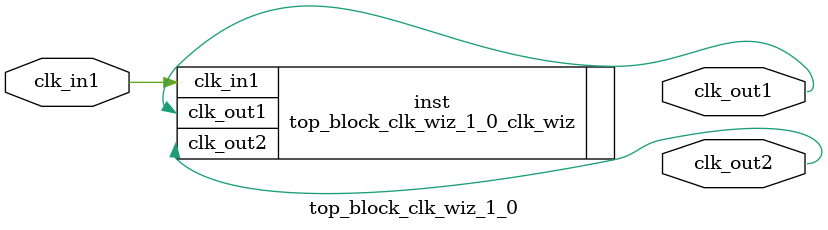
<source format=v>


`timescale 1ps/1ps

(* CORE_GENERATION_INFO = "top_block_clk_wiz_1_0,clk_wiz_v6_0_11_0_0,{component_name=top_block_clk_wiz_1_0,use_phase_alignment=false,use_min_o_jitter=false,use_max_i_jitter=false,use_dyn_phase_shift=false,use_inclk_switchover=false,use_dyn_reconfig=false,enable_axi=0,feedback_source=FDBK_AUTO,PRIMITIVE=MMCM,num_out_clk=2,clkin1_period=25.000,clkin2_period=10.0,use_power_down=false,use_reset=false,use_locked=false,use_inclk_stopped=false,feedback_type=SINGLE,CLOCK_MGR_TYPE=NA,manual_override=false}" *)

module top_block_clk_wiz_1_0 
 (
  // Clock out ports
  output        clk_out1,
  output        clk_out2,
 // Clock in ports
  input         clk_in1
 );

  top_block_clk_wiz_1_0_clk_wiz inst
  (
  // Clock out ports  
  .clk_out1(clk_out1),
  .clk_out2(clk_out2),
 // Clock in ports
  .clk_in1(clk_in1)
  );

endmodule

</source>
